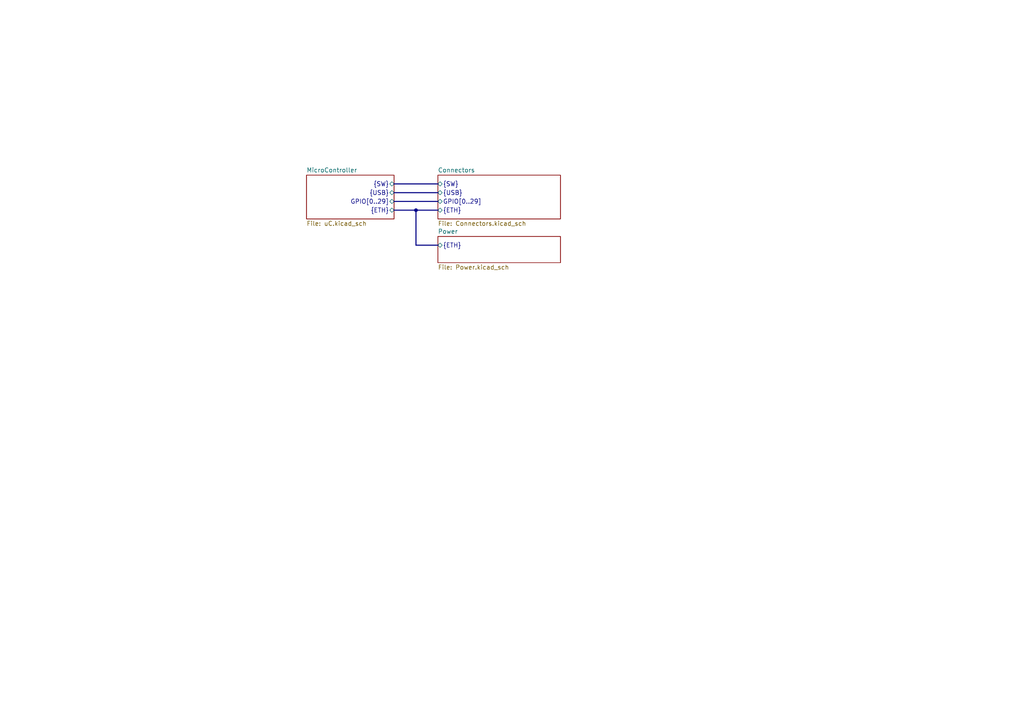
<source format=kicad_sch>
(kicad_sch
	(version 20231120)
	(generator "eeschema")
	(generator_version "8.0")
	(uuid "af7cf811-aa53-4420-b6d8-7ca9a84760c5")
	(paper "A4")
	(lib_symbols)
	(junction
		(at 120.65 60.96)
		(diameter 0)
		(color 0 0 0 0)
		(uuid "fdc6dfa5-c3a1-4107-a468-b41e1201e671")
	)
	(bus
		(pts
			(xy 127 71.12) (xy 120.65 71.12)
		)
		(stroke
			(width 0)
			(type default)
		)
		(uuid "4319b46c-eb39-4d0a-9235-8919e6aa8ac9")
	)
	(bus
		(pts
			(xy 120.65 71.12) (xy 120.65 60.96)
		)
		(stroke
			(width 0)
			(type default)
		)
		(uuid "4a5ff86b-5de6-454a-af34-c43a509daa87")
	)
	(bus
		(pts
			(xy 114.3 55.88) (xy 127 55.88)
		)
		(stroke
			(width 0)
			(type default)
		)
		(uuid "5bac5741-2714-4895-9c62-8a74769eab45")
	)
	(bus
		(pts
			(xy 120.65 60.96) (xy 114.3 60.96)
		)
		(stroke
			(width 0)
			(type default)
		)
		(uuid "5e323165-3e75-474f-b872-76d4d48eff18")
	)
	(bus
		(pts
			(xy 127 58.42) (xy 114.3 58.42)
		)
		(stroke
			(width 0)
			(type default)
		)
		(uuid "92559201-c3d5-4e38-a7c2-81346166624e")
	)
	(bus
		(pts
			(xy 114.3 53.34) (xy 127 53.34)
		)
		(stroke
			(width 0)
			(type default)
		)
		(uuid "bb221099-8330-41bf-a848-6486ede5cad2")
	)
	(bus
		(pts
			(xy 127 60.96) (xy 120.65 60.96)
		)
		(stroke
			(width 0)
			(type default)
		)
		(uuid "dfb17be1-4f80-4d6d-8e25-d49b1fa4b47b")
	)
	(sheet
		(at 88.9 50.8)
		(size 25.4 12.7)
		(fields_autoplaced yes)
		(stroke
			(width 0.1524)
			(type solid)
		)
		(fill
			(color 0 0 0 0.0000)
		)
		(uuid "186f5c2e-661a-44ee-b56d-a12415dd6d51")
		(property "Sheetname" "MicroController"
			(at 88.9 50.0884 0)
			(effects
				(font
					(size 1.27 1.27)
				)
				(justify left bottom)
			)
		)
		(property "Sheetfile" "uC.kicad_sch"
			(at 88.9 64.0846 0)
			(effects
				(font
					(size 1.27 1.27)
				)
				(justify left top)
			)
		)
		(pin "{SW}" bidirectional
			(at 114.3 53.34 0)
			(effects
				(font
					(size 1.27 1.27)
				)
				(justify right)
			)
			(uuid "d32bba58-84b6-417d-9611-1acd4ba32f05")
		)
		(pin "{ETH}" bidirectional
			(at 114.3 60.96 0)
			(effects
				(font
					(size 1.27 1.27)
				)
				(justify right)
			)
			(uuid "4d5468cb-42b0-485c-b7e7-fdcc9a2284b2")
		)
		(pin "GPIO[0..29]" bidirectional
			(at 114.3 58.42 0)
			(effects
				(font
					(size 1.27 1.27)
				)
				(justify right)
			)
			(uuid "74bc6656-5866-4b6a-b240-f2102671849c")
		)
		(pin "{USB}" bidirectional
			(at 114.3 55.88 0)
			(effects
				(font
					(size 1.27 1.27)
				)
				(justify right)
			)
			(uuid "bd3b0ab0-3740-49a3-ae4c-bb7dae9693d6")
		)
		(instances
			(project "POEPico"
				(path "/af7cf811-aa53-4420-b6d8-7ca9a84760c5"
					(page "2")
				)
			)
		)
	)
	(sheet
		(at 127 68.58)
		(size 35.56 7.62)
		(fields_autoplaced yes)
		(stroke
			(width 0.1524)
			(type solid)
		)
		(fill
			(color 0 0 0 0.0000)
		)
		(uuid "c2d28ab2-df1b-4e65-90a2-a0abc4a5e5e2")
		(property "Sheetname" "Power"
			(at 127 67.8684 0)
			(effects
				(font
					(size 1.27 1.27)
				)
				(justify left bottom)
			)
		)
		(property "Sheetfile" "Power.kicad_sch"
			(at 127 76.7846 0)
			(effects
				(font
					(size 1.27 1.27)
				)
				(justify left top)
			)
		)
		(pin "{ETH}" bidirectional
			(at 127 71.12 180)
			(effects
				(font
					(size 1.27 1.27)
				)
				(justify left)
			)
			(uuid "737404a3-5211-402f-b007-c61f52e9e4e4")
		)
		(instances
			(project "POEPico"
				(path "/af7cf811-aa53-4420-b6d8-7ca9a84760c5"
					(page "5")
				)
			)
		)
	)
	(sheet
		(at 127 50.8)
		(size 35.56 12.7)
		(fields_autoplaced yes)
		(stroke
			(width 0.1524)
			(type solid)
		)
		(fill
			(color 0 0 0 0.0000)
		)
		(uuid "ebf5e1eb-8d32-4a5c-a13a-2f6bc546bfb8")
		(property "Sheetname" "Connectors"
			(at 127 50.0884 0)
			(effects
				(font
					(size 1.27 1.27)
				)
				(justify left bottom)
			)
		)
		(property "Sheetfile" "Connectors.kicad_sch"
			(at 127 64.0846 0)
			(effects
				(font
					(size 1.27 1.27)
				)
				(justify left top)
			)
		)
		(pin "{ETH}" bidirectional
			(at 127 60.96 180)
			(effects
				(font
					(size 1.27 1.27)
				)
				(justify left)
			)
			(uuid "a55a6c74-29dd-42d1-9495-26d754dae255")
		)
		(pin "{SW}" bidirectional
			(at 127 53.34 180)
			(effects
				(font
					(size 1.27 1.27)
				)
				(justify left)
			)
			(uuid "cc0110a1-9e07-4d42-ad9b-4533fa058b09")
		)
		(pin "{USB}" bidirectional
			(at 127 55.88 180)
			(effects
				(font
					(size 1.27 1.27)
				)
				(justify left)
			)
			(uuid "759e8839-cf81-46fb-b297-790cb65ff884")
		)
		(pin "GPIO[0..29]" bidirectional
			(at 127 58.42 180)
			(effects
				(font
					(size 1.27 1.27)
				)
				(justify left)
			)
			(uuid "a7a9a5ec-e15e-4b36-853e-da43fe5aa30e")
		)
		(instances
			(project "POEPico"
				(path "/af7cf811-aa53-4420-b6d8-7ca9a84760c5"
					(page "3")
				)
			)
		)
	)
	(sheet_instances
		(path "/"
			(page "1")
		)
	)
)
</source>
